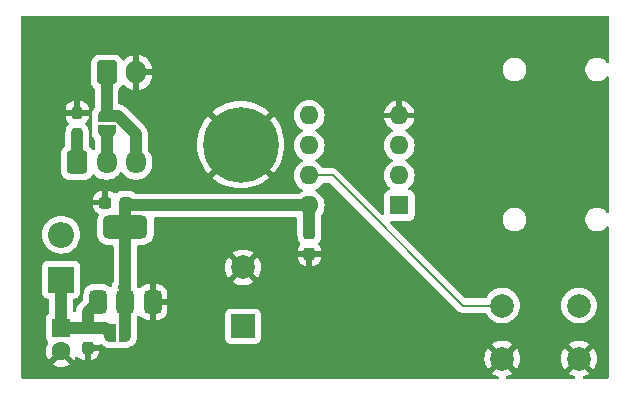
<source format=gbr>
%TF.GenerationSoftware,KiCad,Pcbnew,8.0.4-1.fc40*%
%TF.CreationDate,2024-08-13T21:32:25-05:00*%
%TF.ProjectId,K9QW_ATTiny_CW_Keyer,4b395157-5f41-4545-9469-6e795f43575f,rev?*%
%TF.SameCoordinates,Original*%
%TF.FileFunction,Copper,L2,Bot*%
%TF.FilePolarity,Positive*%
%FSLAX46Y46*%
G04 Gerber Fmt 4.6, Leading zero omitted, Abs format (unit mm)*
G04 Created by KiCad (PCBNEW 8.0.4-1.fc40) date 2024-08-13 21:32:25*
%MOMM*%
%LPD*%
G01*
G04 APERTURE LIST*
G04 Aperture macros list*
%AMRoundRect*
0 Rectangle with rounded corners*
0 $1 Rounding radius*
0 $2 $3 $4 $5 $6 $7 $8 $9 X,Y pos of 4 corners*
0 Add a 4 corners polygon primitive as box body*
4,1,4,$2,$3,$4,$5,$6,$7,$8,$9,$2,$3,0*
0 Add four circle primitives for the rounded corners*
1,1,$1+$1,$2,$3*
1,1,$1+$1,$4,$5*
1,1,$1+$1,$6,$7*
1,1,$1+$1,$8,$9*
0 Add four rect primitives between the rounded corners*
20,1,$1+$1,$2,$3,$4,$5,0*
20,1,$1+$1,$4,$5,$6,$7,0*
20,1,$1+$1,$6,$7,$8,$9,0*
20,1,$1+$1,$8,$9,$2,$3,0*%
%AMFreePoly0*
4,1,19,0.500000,-0.750000,0.000000,-0.750000,0.000000,-0.744911,-0.071157,-0.744911,-0.207708,-0.704816,-0.327430,-0.627875,-0.420627,-0.520320,-0.479746,-0.390866,-0.500000,-0.250000,-0.500000,0.250000,-0.479746,0.390866,-0.420627,0.520320,-0.327430,0.627875,-0.207708,0.704816,-0.071157,0.744911,0.000000,0.744911,0.000000,0.750000,0.500000,0.750000,0.500000,-0.750000,0.500000,-0.750000,
$1*%
%AMFreePoly1*
4,1,19,0.000000,0.744911,0.071157,0.744911,0.207708,0.704816,0.327430,0.627875,0.420627,0.520320,0.479746,0.390866,0.500000,0.250000,0.500000,-0.250000,0.479746,-0.390866,0.420627,-0.520320,0.327430,-0.627875,0.207708,-0.704816,0.071157,-0.744911,0.000000,-0.744911,0.000000,-0.750000,-0.500000,-0.750000,-0.500000,0.750000,0.000000,0.750000,0.000000,0.744911,0.000000,0.744911,
$1*%
G04 Aperture macros list end*
%TA.AperFunction,ComponentPad*%
%ADD10R,2.200000X2.200000*%
%TD*%
%TA.AperFunction,ComponentPad*%
%ADD11O,2.200000X2.200000*%
%TD*%
%TA.AperFunction,ComponentPad*%
%ADD12C,2.000000*%
%TD*%
%TA.AperFunction,ComponentPad*%
%ADD13R,2.000000X2.000000*%
%TD*%
%TA.AperFunction,SMDPad,CuDef*%
%ADD14RoundRect,0.375000X0.375000X-0.625000X0.375000X0.625000X-0.375000X0.625000X-0.375000X-0.625000X0*%
%TD*%
%TA.AperFunction,SMDPad,CuDef*%
%ADD15RoundRect,0.500000X1.400000X-0.500000X1.400000X0.500000X-1.400000X0.500000X-1.400000X-0.500000X0*%
%TD*%
%TA.AperFunction,SMDPad,CuDef*%
%ADD16RoundRect,0.237500X0.300000X0.237500X-0.300000X0.237500X-0.300000X-0.237500X0.300000X-0.237500X0*%
%TD*%
%TA.AperFunction,ComponentPad*%
%ADD17O,1.700000X1.950000*%
%TD*%
%TA.AperFunction,ComponentPad*%
%ADD18RoundRect,0.250000X-0.600000X-0.725000X0.600000X-0.725000X0.600000X0.725000X-0.600000X0.725000X0*%
%TD*%
%TA.AperFunction,SMDPad,CuDef*%
%ADD19RoundRect,0.237500X0.237500X-0.250000X0.237500X0.250000X-0.237500X0.250000X-0.237500X-0.250000X0*%
%TD*%
%TA.AperFunction,SMDPad,CuDef*%
%ADD20RoundRect,0.237500X-0.237500X0.300000X-0.237500X-0.300000X0.237500X-0.300000X0.237500X0.300000X0*%
%TD*%
%TA.AperFunction,ComponentPad*%
%ADD21C,3.600000*%
%TD*%
%TA.AperFunction,ConnectorPad*%
%ADD22C,6.400000*%
%TD*%
%TA.AperFunction,ComponentPad*%
%ADD23O,1.700000X2.000000*%
%TD*%
%TA.AperFunction,ComponentPad*%
%ADD24RoundRect,0.250000X-0.600000X-0.750000X0.600000X-0.750000X0.600000X0.750000X-0.600000X0.750000X0*%
%TD*%
%TA.AperFunction,SMDPad,CuDef*%
%ADD25FreePoly0,0.000000*%
%TD*%
%TA.AperFunction,SMDPad,CuDef*%
%ADD26FreePoly1,0.000000*%
%TD*%
%TA.AperFunction,ComponentPad*%
%ADD27O,1.600000X1.600000*%
%TD*%
%TA.AperFunction,ComponentPad*%
%ADD28R,1.600000X1.600000*%
%TD*%
%TA.AperFunction,ComponentPad*%
%ADD29C,1.600000*%
%TD*%
%TA.AperFunction,SMDPad,CuDef*%
%ADD30FreePoly1,90.000000*%
%TD*%
%TA.AperFunction,SMDPad,CuDef*%
%ADD31FreePoly0,90.000000*%
%TD*%
%TA.AperFunction,ViaPad*%
%ADD32C,0.600000*%
%TD*%
%TA.AperFunction,Conductor*%
%ADD33C,1.000000*%
%TD*%
%TA.AperFunction,Conductor*%
%ADD34C,0.200000*%
%TD*%
G04 APERTURE END LIST*
D10*
%TO.P,D1,1,K*%
%TO.N,Net-(D1-K)*%
X130403600Y-108966000D03*
D11*
%TO.P,D1,2,A*%
%TO.N,Net-(D1-A)*%
X130403600Y-105156000D03*
%TD*%
D12*
%TO.P,BZ1,2,-*%
%TO.N,GND*%
X145796000Y-107928400D03*
D13*
%TO.P,BZ1,1,+*%
%TO.N,Net-(BZ1-+)*%
X145796000Y-112928400D03*
%TD*%
D14*
%TO.P,U2,3,VI*%
%TO.N,Net-(D1-K)*%
X133539200Y-110846400D03*
D15*
%TO.P,U2,2,VO*%
%TO.N,VCC*%
X135839200Y-104546400D03*
D14*
X135839200Y-110846400D03*
%TO.P,U2,1,GND*%
%TO.N,GND*%
X138139200Y-110846400D03*
%TD*%
D16*
%TO.P,C4,2*%
%TO.N,GND*%
X134126300Y-102438600D03*
%TO.P,C4,1*%
%TO.N,VCC*%
X135851300Y-102438600D03*
%TD*%
D17*
%TO.P,SW1,3,C*%
%TO.N,VDC*%
X136739000Y-99043000D03*
%TO.P,SW1,2,B*%
%TO.N,Net-(JP1-A)*%
X134239000Y-99043000D03*
D18*
%TO.P,SW1,1,A*%
%TO.N,Net-(SW1-A)*%
X131739000Y-99043000D03*
%TD*%
D19*
%TO.P,R1,1*%
%TO.N,Net-(SW1-A)*%
X131749800Y-96670500D03*
%TO.P,R1,2*%
%TO.N,GND*%
X131749800Y-94845500D03*
%TD*%
D20*
%TO.P,C1,1*%
%TO.N,VCC*%
X151409400Y-105054400D03*
%TO.P,C1,2*%
%TO.N,GND*%
X151409400Y-106779400D03*
%TD*%
%TO.P,C3,1*%
%TO.N,Net-(D1-K)*%
X132638800Y-113031100D03*
%TO.P,C3,2*%
%TO.N,GND*%
X132638800Y-114756100D03*
%TD*%
D21*
%TO.P,J4,1,Pin_1*%
%TO.N,GND*%
X145593000Y-97536000D03*
D22*
X145593000Y-97536000D03*
%TD*%
D23*
%TO.P,J1,2,Pin_2*%
%TO.N,GND*%
X136759000Y-91423000D03*
D24*
%TO.P,J1,1,Pin_1*%
%TO.N,VDC*%
X134259000Y-91423000D03*
%TD*%
D25*
%TO.P,JP3,1,A*%
%TO.N,Net-(D1-K)*%
X134528800Y-113487200D03*
D26*
%TO.P,JP3,2,B*%
%TO.N,VCC*%
X135828800Y-113487200D03*
%TD*%
D12*
%TO.P,SW2,1,1*%
%TO.N,COMMAND*%
X167742800Y-111161000D03*
X174242800Y-111161000D03*
%TO.P,SW2,2,2*%
%TO.N,GND*%
X167742800Y-115661000D03*
X174242800Y-115661000D03*
%TD*%
D27*
%TO.P,U1,8,VCC*%
%TO.N,VCC*%
X151401000Y-102688400D03*
%TO.P,U1,7,PB2*%
%TO.N,COMMAND*%
X151401000Y-100148400D03*
%TO.P,U1,6,PB1*%
%TO.N,SIDETONE*%
X151401000Y-97608400D03*
%TO.P,U1,5,AREF/PB0*%
%TO.N,KEY*%
X151401000Y-95068400D03*
%TO.P,U1,4,GND*%
%TO.N,GND*%
X159021000Y-95068400D03*
%TO.P,U1,3,XTAL2/PB4*%
%TO.N,DIT*%
X159021000Y-97608400D03*
%TO.P,U1,2,XTAL1/PB3*%
%TO.N,DAH*%
X159021000Y-100148400D03*
D28*
%TO.P,U1,1,~{RESET}/PB5*%
%TO.N,Net-(U1-~{RESET}{slash}PB5)*%
X159021000Y-102688400D03*
%TD*%
D29*
%TO.P,C2,2*%
%TO.N,GND*%
X130403600Y-115040088D03*
D28*
%TO.P,C2,1*%
%TO.N,Net-(D1-K)*%
X130403600Y-113040088D03*
%TD*%
D30*
%TO.P,JP1,2,B*%
%TO.N,VDC*%
X134239000Y-95108000D03*
D31*
%TO.P,JP1,1,A*%
%TO.N,Net-(JP1-A)*%
X134239000Y-96408000D03*
%TD*%
D32*
%TO.N,GND*%
X152882600Y-106172000D03*
X149402800Y-91135200D03*
X154584400Y-90424000D03*
X165709600Y-106883200D03*
X153949400Y-96520000D03*
X157022800Y-99034600D03*
%TD*%
D33*
%TO.N,VCC*%
X151409400Y-105054400D02*
X151409400Y-102696800D01*
X151409400Y-102696800D02*
X151401000Y-102688400D01*
X151401000Y-102688400D02*
X136101100Y-102688400D01*
X136101100Y-102688400D02*
X135851300Y-102438600D01*
%TO.N,Net-(D1-K)*%
X132638800Y-113031100D02*
X132638800Y-111746800D01*
X132638800Y-111746800D02*
X133539200Y-110846400D01*
X132638800Y-113031100D02*
X134072700Y-113031100D01*
X134072700Y-113031100D02*
X134528800Y-113487200D01*
X130403600Y-113040088D02*
X132629812Y-113040088D01*
X132629812Y-113040088D02*
X132638800Y-113031100D01*
%TO.N,VCC*%
X135839200Y-104546400D02*
X135839200Y-102450700D01*
X135839200Y-102450700D02*
X135851300Y-102438600D01*
%TO.N,Net-(D1-K)*%
X130403600Y-113040088D02*
X130403600Y-108966000D01*
%TO.N,Net-(SW1-A)*%
X131739000Y-99043000D02*
X131739000Y-96681300D01*
X131739000Y-96681300D02*
X131749800Y-96670500D01*
%TO.N,VDC*%
X136739000Y-99043000D02*
X136739000Y-96660977D01*
X136739000Y-96660977D02*
X135186023Y-95108000D01*
X135186023Y-95108000D02*
X134239000Y-95108000D01*
X134239000Y-95108000D02*
X134239000Y-91443000D01*
X134239000Y-91443000D02*
X134259000Y-91423000D01*
%TO.N,Net-(JP1-A)*%
X134239000Y-99043000D02*
X134239000Y-96408000D01*
%TO.N,VCC*%
X135839200Y-110846400D02*
X135839200Y-104546400D01*
D34*
%TO.N,COMMAND*%
X151401000Y-100148400D02*
X153375314Y-100148400D01*
X153375314Y-100148400D02*
X164387914Y-111161000D01*
X164387914Y-111161000D02*
X167742800Y-111161000D01*
%TO.N,GND*%
X166913600Y-115661000D02*
X167742800Y-115661000D01*
D33*
%TO.N,VCC*%
X135701800Y-109612200D02*
X135712200Y-109601800D01*
X135828800Y-113487200D02*
X135828800Y-110856800D01*
%TD*%
%TA.AperFunction,Conductor*%
%TO.N,GND*%
G36*
X176668980Y-86608883D02*
G01*
X176684278Y-86611926D01*
X176728933Y-86630411D01*
X176730085Y-86631180D01*
X176731555Y-86632162D01*
X176765837Y-86666444D01*
X176766462Y-86667379D01*
X176767588Y-86669066D01*
X176786072Y-86713713D01*
X176789116Y-86729018D01*
X176791500Y-86753210D01*
X176791500Y-86813002D01*
X176791501Y-86813025D01*
X176791569Y-90508252D01*
X176771886Y-90575292D01*
X176719083Y-90621047D01*
X176649924Y-90630992D01*
X176586368Y-90601968D01*
X176564466Y-90577143D01*
X176545140Y-90548219D01*
X176545136Y-90548214D01*
X176405785Y-90408863D01*
X176405781Y-90408860D01*
X176241920Y-90299371D01*
X176241907Y-90299364D01*
X176059839Y-90223950D01*
X176059829Y-90223947D01*
X175866543Y-90185500D01*
X175866541Y-90185500D01*
X175669459Y-90185500D01*
X175669457Y-90185500D01*
X175476170Y-90223947D01*
X175476160Y-90223950D01*
X175294092Y-90299364D01*
X175294079Y-90299371D01*
X175130218Y-90408860D01*
X175130214Y-90408863D01*
X174990863Y-90548214D01*
X174990860Y-90548218D01*
X174881371Y-90712079D01*
X174881364Y-90712092D01*
X174805950Y-90894160D01*
X174805947Y-90894170D01*
X174767500Y-91087456D01*
X174767500Y-91087459D01*
X174767500Y-91284541D01*
X174767500Y-91284543D01*
X174767499Y-91284543D01*
X174805947Y-91477829D01*
X174805950Y-91477839D01*
X174881364Y-91659907D01*
X174881371Y-91659920D01*
X174990860Y-91823781D01*
X174990863Y-91823785D01*
X175130214Y-91963136D01*
X175130218Y-91963139D01*
X175294079Y-92072628D01*
X175294092Y-92072635D01*
X175476160Y-92148049D01*
X175476165Y-92148051D01*
X175476169Y-92148051D01*
X175476170Y-92148052D01*
X175669456Y-92186500D01*
X175669459Y-92186500D01*
X175866543Y-92186500D01*
X175996582Y-92160632D01*
X176059835Y-92148051D01*
X176241914Y-92072632D01*
X176405782Y-91963139D01*
X176545139Y-91823782D01*
X176564491Y-91794818D01*
X176618101Y-91750013D01*
X176687426Y-91741304D01*
X176750454Y-91771457D01*
X176787175Y-91830900D01*
X176791594Y-91863706D01*
X176791805Y-103208605D01*
X176772122Y-103275645D01*
X176719319Y-103321400D01*
X176650160Y-103331345D01*
X176586604Y-103302321D01*
X176564702Y-103277496D01*
X176545140Y-103248219D01*
X176545136Y-103248214D01*
X176405785Y-103108863D01*
X176405781Y-103108860D01*
X176241920Y-102999371D01*
X176241907Y-102999364D01*
X176059839Y-102923950D01*
X176059829Y-102923947D01*
X175866543Y-102885500D01*
X175866541Y-102885500D01*
X175669459Y-102885500D01*
X175669457Y-102885500D01*
X175476170Y-102923947D01*
X175476160Y-102923950D01*
X175294092Y-102999364D01*
X175294079Y-102999371D01*
X175130218Y-103108860D01*
X175130214Y-103108863D01*
X174990863Y-103248214D01*
X174990860Y-103248218D01*
X174881371Y-103412079D01*
X174881364Y-103412092D01*
X174805950Y-103594160D01*
X174805947Y-103594170D01*
X174767500Y-103787456D01*
X174767500Y-103787459D01*
X174767500Y-103984541D01*
X174767500Y-103984543D01*
X174767499Y-103984543D01*
X174805947Y-104177829D01*
X174805950Y-104177839D01*
X174881364Y-104359907D01*
X174881371Y-104359920D01*
X174990860Y-104523781D01*
X174990863Y-104523785D01*
X175130214Y-104663136D01*
X175130218Y-104663139D01*
X175294079Y-104772628D01*
X175294092Y-104772635D01*
X175476160Y-104848049D01*
X175476165Y-104848051D01*
X175476169Y-104848051D01*
X175476170Y-104848052D01*
X175669456Y-104886500D01*
X175669459Y-104886500D01*
X175866543Y-104886500D01*
X175996582Y-104860632D01*
X176059835Y-104848051D01*
X176241914Y-104772632D01*
X176405782Y-104663139D01*
X176545139Y-104523782D01*
X176564728Y-104494463D01*
X176618338Y-104449660D01*
X176687663Y-104440951D01*
X176750691Y-104471105D01*
X176787411Y-104530547D01*
X176791830Y-104563353D01*
X176792064Y-117149560D01*
X176792063Y-117149582D01*
X176792066Y-117209382D01*
X176789684Y-117233575D01*
X176786644Y-117248861D01*
X176768133Y-117293557D01*
X176766390Y-117296166D01*
X176732166Y-117330390D01*
X176729557Y-117332133D01*
X176684861Y-117350644D01*
X176669575Y-117353684D01*
X176645382Y-117356066D01*
X176624016Y-117356064D01*
X176591701Y-117356063D01*
X176591699Y-117356063D01*
X176583648Y-117356063D01*
X176583586Y-117356067D01*
X174667987Y-117356067D01*
X174600948Y-117336382D01*
X174555193Y-117283578D01*
X174545249Y-117214420D01*
X174574274Y-117150864D01*
X174627724Y-117114786D01*
X174847403Y-117039369D01*
X174847414Y-117039364D01*
X175066028Y-116921057D01*
X175066031Y-116921055D01*
X175112856Y-116884609D01*
X174413034Y-116184787D01*
X174455092Y-116173518D01*
X174580508Y-116101110D01*
X174682910Y-115998708D01*
X174755318Y-115873292D01*
X174766587Y-115831234D01*
X175466234Y-116530882D01*
X175566531Y-116377369D01*
X175666387Y-116149717D01*
X175727412Y-115908738D01*
X175727414Y-115908729D01*
X175747941Y-115661005D01*
X175747941Y-115660994D01*
X175727414Y-115413270D01*
X175727412Y-115413261D01*
X175666387Y-115172282D01*
X175566531Y-114944630D01*
X175466234Y-114791116D01*
X174766587Y-115490764D01*
X174755318Y-115448708D01*
X174682910Y-115323292D01*
X174580508Y-115220890D01*
X174455092Y-115148482D01*
X174413035Y-115137212D01*
X175112857Y-114437390D01*
X175112856Y-114437389D01*
X175066029Y-114400943D01*
X174847414Y-114282635D01*
X174847403Y-114282630D01*
X174612293Y-114201916D01*
X174367093Y-114161000D01*
X174118507Y-114161000D01*
X173873306Y-114201916D01*
X173638196Y-114282630D01*
X173638190Y-114282632D01*
X173419561Y-114400949D01*
X173372742Y-114437388D01*
X173372742Y-114437390D01*
X174072565Y-115137212D01*
X174030508Y-115148482D01*
X173905092Y-115220890D01*
X173802690Y-115323292D01*
X173730282Y-115448708D01*
X173719012Y-115490764D01*
X173019364Y-114791116D01*
X172919067Y-114944632D01*
X172819212Y-115172282D01*
X172758187Y-115413261D01*
X172758185Y-115413270D01*
X172737659Y-115660994D01*
X172737659Y-115661005D01*
X172758185Y-115908729D01*
X172758187Y-115908738D01*
X172819212Y-116149717D01*
X172919066Y-116377364D01*
X173019364Y-116530882D01*
X173719012Y-115831234D01*
X173730282Y-115873292D01*
X173802690Y-115998708D01*
X173905092Y-116101110D01*
X174030508Y-116173518D01*
X174072565Y-116184787D01*
X173372742Y-116884609D01*
X173419568Y-116921055D01*
X173419570Y-116921056D01*
X173638185Y-117039364D01*
X173638196Y-117039369D01*
X173857876Y-117114786D01*
X173914891Y-117155171D01*
X173941022Y-117219971D01*
X173927971Y-117288611D01*
X173879882Y-117339299D01*
X173817613Y-117356067D01*
X168167987Y-117356067D01*
X168100948Y-117336382D01*
X168055193Y-117283578D01*
X168045249Y-117214420D01*
X168074274Y-117150864D01*
X168127724Y-117114786D01*
X168347403Y-117039369D01*
X168347414Y-117039364D01*
X168566028Y-116921057D01*
X168566031Y-116921055D01*
X168612856Y-116884609D01*
X167913034Y-116184787D01*
X167955092Y-116173518D01*
X168080508Y-116101110D01*
X168182910Y-115998708D01*
X168255318Y-115873292D01*
X168266587Y-115831235D01*
X168966234Y-116530882D01*
X169066531Y-116377369D01*
X169166387Y-116149717D01*
X169227412Y-115908738D01*
X169227414Y-115908729D01*
X169247941Y-115661005D01*
X169247941Y-115660994D01*
X169227414Y-115413270D01*
X169227412Y-115413261D01*
X169166387Y-115172282D01*
X169066531Y-114944630D01*
X168966234Y-114791116D01*
X168266587Y-115490764D01*
X168255318Y-115448708D01*
X168182910Y-115323292D01*
X168080508Y-115220890D01*
X167955092Y-115148482D01*
X167913035Y-115137212D01*
X168612857Y-114437390D01*
X168612856Y-114437389D01*
X168566029Y-114400943D01*
X168347414Y-114282635D01*
X168347403Y-114282630D01*
X168112293Y-114201916D01*
X167867093Y-114161000D01*
X167618507Y-114161000D01*
X167373306Y-114201916D01*
X167138196Y-114282630D01*
X167138190Y-114282632D01*
X166919561Y-114400949D01*
X166872742Y-114437388D01*
X166872742Y-114437390D01*
X167572565Y-115137212D01*
X167530508Y-115148482D01*
X167405092Y-115220890D01*
X167302690Y-115323292D01*
X167230282Y-115448708D01*
X167219012Y-115490764D01*
X166519364Y-114791116D01*
X166419067Y-114944632D01*
X166319212Y-115172282D01*
X166258187Y-115413261D01*
X166258185Y-115413270D01*
X166237659Y-115660994D01*
X166237659Y-115661005D01*
X166258185Y-115908729D01*
X166258187Y-115908738D01*
X166319212Y-116149717D01*
X166419066Y-116377364D01*
X166519364Y-116530882D01*
X167219012Y-115831234D01*
X167230282Y-115873292D01*
X167302690Y-115998708D01*
X167405092Y-116101110D01*
X167530508Y-116173518D01*
X167572565Y-116184787D01*
X166872742Y-116884609D01*
X166919568Y-116921055D01*
X166919570Y-116921056D01*
X167138185Y-117039364D01*
X167138196Y-117039369D01*
X167357876Y-117114786D01*
X167414891Y-117155171D01*
X167441022Y-117219971D01*
X167427971Y-117288611D01*
X167379882Y-117339299D01*
X167317613Y-117356067D01*
X127200414Y-117356067D01*
X127200351Y-117356063D01*
X127192300Y-117356063D01*
X127192299Y-117356063D01*
X127159987Y-117356064D01*
X127138617Y-117356066D01*
X127114424Y-117353684D01*
X127099138Y-117350644D01*
X127054442Y-117332133D01*
X127051833Y-117330390D01*
X127017609Y-117296166D01*
X127015866Y-117293557D01*
X126997356Y-117248865D01*
X126994313Y-117233565D01*
X126991933Y-117209386D01*
X126991937Y-117155701D01*
X126991936Y-117155699D01*
X126991937Y-117146680D01*
X126991934Y-117146626D01*
X126991939Y-116884609D01*
X126992108Y-107818135D01*
X128803100Y-107818135D01*
X128803100Y-110113870D01*
X128803101Y-110113876D01*
X128809508Y-110173483D01*
X128859802Y-110308328D01*
X128859806Y-110308335D01*
X128946052Y-110423544D01*
X128946055Y-110423547D01*
X129061264Y-110509793D01*
X129061271Y-110509797D01*
X129099837Y-110524181D01*
X129196117Y-110560091D01*
X129255727Y-110566500D01*
X129279097Y-110566499D01*
X129346136Y-110586181D01*
X129391892Y-110638983D01*
X129403100Y-110690499D01*
X129403100Y-111702907D01*
X129383415Y-111769946D01*
X129353412Y-111802173D01*
X129246052Y-111882543D01*
X129159806Y-111997752D01*
X129159802Y-111997759D01*
X129109508Y-112132605D01*
X129103101Y-112192204D01*
X129103100Y-112192223D01*
X129103100Y-113887958D01*
X129103101Y-113887964D01*
X129109508Y-113947571D01*
X129159802Y-114082416D01*
X129159806Y-114082423D01*
X129246052Y-114197632D01*
X129246053Y-114197632D01*
X129246054Y-114197634D01*
X129255145Y-114204439D01*
X129297016Y-114260370D01*
X129302002Y-114330062D01*
X129282413Y-114374824D01*
X129273471Y-114387595D01*
X129273468Y-114387600D01*
X129177334Y-114593761D01*
X129177330Y-114593770D01*
X129118460Y-114813477D01*
X129118458Y-114813488D01*
X129098634Y-115040085D01*
X129098634Y-115040090D01*
X129118458Y-115266687D01*
X129118460Y-115266698D01*
X129177330Y-115486405D01*
X129177335Y-115486419D01*
X129273463Y-115692566D01*
X129324574Y-115765560D01*
X130003600Y-115086534D01*
X130003600Y-115092749D01*
X130030859Y-115194482D01*
X130083520Y-115285694D01*
X130157994Y-115360168D01*
X130249206Y-115412829D01*
X130350939Y-115440088D01*
X130357153Y-115440088D01*
X129678126Y-116119113D01*
X129751113Y-116170220D01*
X129751121Y-116170224D01*
X129957268Y-116266352D01*
X129957282Y-116266357D01*
X130176989Y-116325227D01*
X130177000Y-116325229D01*
X130403598Y-116345054D01*
X130403602Y-116345054D01*
X130630199Y-116325229D01*
X130630210Y-116325227D01*
X130849917Y-116266357D01*
X130849931Y-116266352D01*
X131056078Y-116170224D01*
X131129071Y-116119112D01*
X130450047Y-115440088D01*
X130456261Y-115440088D01*
X130557994Y-115412829D01*
X130649206Y-115360168D01*
X130723680Y-115285694D01*
X130776341Y-115194482D01*
X130803600Y-115092749D01*
X130803600Y-115086535D01*
X131482624Y-115765559D01*
X131533733Y-115692570D01*
X131606147Y-115537277D01*
X131652319Y-115484837D01*
X131719513Y-115465685D01*
X131786394Y-115485900D01*
X131815793Y-115512766D01*
X131818854Y-115516637D01*
X131940761Y-115638544D01*
X131940765Y-115638547D01*
X132087488Y-115729048D01*
X132087499Y-115729053D01*
X132251147Y-115783280D01*
X132352152Y-115793599D01*
X132388800Y-115793599D01*
X132888800Y-115793599D01*
X132925440Y-115793599D01*
X132925454Y-115793598D01*
X133026452Y-115783280D01*
X133190100Y-115729053D01*
X133190111Y-115729048D01*
X133336834Y-115638547D01*
X133336838Y-115638544D01*
X133458744Y-115516638D01*
X133458747Y-115516634D01*
X133549248Y-115369911D01*
X133549253Y-115369900D01*
X133603480Y-115206252D01*
X133613799Y-115105254D01*
X133613800Y-115105241D01*
X133613800Y-115006100D01*
X132888800Y-115006100D01*
X132888800Y-115793599D01*
X132388800Y-115793599D01*
X132388800Y-114630100D01*
X132408485Y-114563061D01*
X132461289Y-114517306D01*
X132512800Y-114506100D01*
X133613799Y-114506100D01*
X133630523Y-114489375D01*
X133633484Y-114479294D01*
X133686288Y-114433539D01*
X133755446Y-114423595D01*
X133818999Y-114452618D01*
X133924709Y-114544215D01*
X133985186Y-114583081D01*
X134045657Y-114621944D01*
X134045663Y-114621947D01*
X134176541Y-114681717D01*
X134314496Y-114722224D01*
X134456911Y-114742700D01*
X134456914Y-114742700D01*
X135028800Y-114742700D01*
X135100740Y-114737555D01*
X135138059Y-114726596D01*
X135190641Y-114722836D01*
X135328800Y-114742700D01*
X135328803Y-114742700D01*
X135900686Y-114742700D01*
X135900689Y-114742700D01*
X136043104Y-114722224D01*
X136181059Y-114681717D01*
X136311937Y-114621947D01*
X136427277Y-114547822D01*
X136428715Y-114547004D01*
X136432898Y-114544211D01*
X136496181Y-114489375D01*
X136541632Y-114449991D01*
X136635786Y-114341330D01*
X136713570Y-114220294D01*
X136770542Y-114095542D01*
X136772786Y-114091253D01*
X136773298Y-114089508D01*
X136773299Y-114089508D01*
X136813835Y-113951456D01*
X136834297Y-113809141D01*
X136834297Y-113752801D01*
X136834300Y-113752790D01*
X136834300Y-113221626D01*
X136834297Y-113221599D01*
X136834297Y-113165262D01*
X136834296Y-113165255D01*
X136830562Y-113139279D01*
X136829300Y-113121634D01*
X136829300Y-112147263D01*
X136848985Y-112080224D01*
X136856646Y-112069583D01*
X136892873Y-112024514D01*
X136950216Y-111984597D01*
X137020038Y-111982017D01*
X137080171Y-112017595D01*
X137086167Y-112024515D01*
X137141835Y-112093768D01*
X137290174Y-112213007D01*
X137290177Y-112213009D01*
X137460676Y-112297568D01*
X137645375Y-112343502D01*
X137688103Y-112346400D01*
X137889200Y-112346400D01*
X138389200Y-112346400D01*
X138590297Y-112346400D01*
X138633024Y-112343502D01*
X138817723Y-112297568D01*
X138988222Y-112213009D01*
X138988225Y-112213007D01*
X139136566Y-112093767D01*
X139136567Y-112093766D01*
X139255807Y-111945425D01*
X139255809Y-111945422D01*
X139287990Y-111880535D01*
X144295500Y-111880535D01*
X144295500Y-113976270D01*
X144295501Y-113976276D01*
X144301908Y-114035883D01*
X144352202Y-114170728D01*
X144352206Y-114170735D01*
X144438452Y-114285944D01*
X144438455Y-114285947D01*
X144553664Y-114372193D01*
X144553671Y-114372197D01*
X144688517Y-114422491D01*
X144688516Y-114422491D01*
X144695444Y-114423235D01*
X144748127Y-114428900D01*
X146843872Y-114428899D01*
X146903483Y-114422491D01*
X147038331Y-114372196D01*
X147153546Y-114285946D01*
X147239796Y-114170731D01*
X147290091Y-114035883D01*
X147296500Y-113976273D01*
X147296499Y-111880528D01*
X147290091Y-111820917D01*
X147283100Y-111802173D01*
X147239797Y-111686070D01*
X147239793Y-111686064D01*
X147153547Y-111570855D01*
X147153544Y-111570852D01*
X147038335Y-111484606D01*
X147038328Y-111484602D01*
X146903482Y-111434308D01*
X146903483Y-111434308D01*
X146843883Y-111427901D01*
X146843881Y-111427900D01*
X146843873Y-111427900D01*
X146843864Y-111427900D01*
X144748129Y-111427900D01*
X144748123Y-111427901D01*
X144688516Y-111434308D01*
X144553671Y-111484602D01*
X144553664Y-111484606D01*
X144438455Y-111570852D01*
X144438452Y-111570855D01*
X144352206Y-111686064D01*
X144352203Y-111686070D01*
X144301908Y-111820917D01*
X144295814Y-111877606D01*
X144295501Y-111880523D01*
X144295500Y-111880535D01*
X139287990Y-111880535D01*
X139340368Y-111774923D01*
X139386302Y-111590224D01*
X139389200Y-111547496D01*
X139389200Y-111096400D01*
X138389200Y-111096400D01*
X138389200Y-112346400D01*
X137889200Y-112346400D01*
X137889200Y-110596400D01*
X138389200Y-110596400D01*
X139389200Y-110596400D01*
X139389200Y-110145303D01*
X139386302Y-110102575D01*
X139340368Y-109917876D01*
X139255809Y-109747377D01*
X139255807Y-109747374D01*
X139136567Y-109599033D01*
X139136566Y-109599032D01*
X138988225Y-109479792D01*
X138988222Y-109479790D01*
X138817723Y-109395231D01*
X138633024Y-109349297D01*
X138590297Y-109346400D01*
X138389200Y-109346400D01*
X138389200Y-110596400D01*
X137889200Y-110596400D01*
X137889200Y-109346400D01*
X137688103Y-109346400D01*
X137645375Y-109349297D01*
X137460676Y-109395231D01*
X137290177Y-109479790D01*
X137290174Y-109479792D01*
X137141833Y-109599032D01*
X137141831Y-109599034D01*
X137086166Y-109668284D01*
X137028823Y-109708203D01*
X136959001Y-109710782D01*
X136898868Y-109675203D01*
X136892871Y-109668281D01*
X136867051Y-109636158D01*
X136840394Y-109571573D01*
X136839700Y-109558473D01*
X136839700Y-107928394D01*
X144290859Y-107928394D01*
X144290859Y-107928405D01*
X144311385Y-108176129D01*
X144311387Y-108176138D01*
X144372412Y-108417117D01*
X144472266Y-108644764D01*
X144572564Y-108798282D01*
X145313037Y-108057809D01*
X145330075Y-108121393D01*
X145395901Y-108235407D01*
X145488993Y-108328499D01*
X145603007Y-108394325D01*
X145666590Y-108411362D01*
X144925942Y-109152009D01*
X144972768Y-109188455D01*
X144972770Y-109188456D01*
X145191385Y-109306764D01*
X145191396Y-109306769D01*
X145426506Y-109387483D01*
X145671707Y-109428400D01*
X145920293Y-109428400D01*
X146165493Y-109387483D01*
X146400603Y-109306769D01*
X146400614Y-109306764D01*
X146619228Y-109188457D01*
X146619231Y-109188455D01*
X146666056Y-109152009D01*
X145925409Y-108411362D01*
X145988993Y-108394325D01*
X146103007Y-108328499D01*
X146196099Y-108235407D01*
X146261925Y-108121393D01*
X146278962Y-108057810D01*
X147019434Y-108798282D01*
X147119731Y-108644769D01*
X147219587Y-108417117D01*
X147280612Y-108176138D01*
X147280614Y-108176129D01*
X147301141Y-107928405D01*
X147301141Y-107928394D01*
X147280614Y-107680670D01*
X147280612Y-107680661D01*
X147219587Y-107439682D01*
X147119731Y-107212030D01*
X147065193Y-107128554D01*
X150434401Y-107128554D01*
X150444719Y-107229552D01*
X150498946Y-107393200D01*
X150498951Y-107393211D01*
X150589452Y-107539934D01*
X150589455Y-107539938D01*
X150711361Y-107661844D01*
X150711365Y-107661847D01*
X150858088Y-107752348D01*
X150858099Y-107752353D01*
X151021747Y-107806580D01*
X151122752Y-107816899D01*
X151159400Y-107816899D01*
X151659400Y-107816899D01*
X151696040Y-107816899D01*
X151696054Y-107816898D01*
X151797052Y-107806580D01*
X151960700Y-107752353D01*
X151960711Y-107752348D01*
X152107434Y-107661847D01*
X152107438Y-107661844D01*
X152229344Y-107539938D01*
X152229347Y-107539934D01*
X152319848Y-107393211D01*
X152319853Y-107393200D01*
X152374080Y-107229552D01*
X152384399Y-107128554D01*
X152384400Y-107128541D01*
X152384400Y-107029400D01*
X151659400Y-107029400D01*
X151659400Y-107816899D01*
X151159400Y-107816899D01*
X151159400Y-107029400D01*
X150434401Y-107029400D01*
X150434401Y-107128554D01*
X147065193Y-107128554D01*
X147019434Y-107058516D01*
X146278962Y-107798989D01*
X146261925Y-107735407D01*
X146196099Y-107621393D01*
X146103007Y-107528301D01*
X145988993Y-107462475D01*
X145925410Y-107445437D01*
X146666057Y-106704790D01*
X146666056Y-106704789D01*
X146619229Y-106668343D01*
X146400614Y-106550035D01*
X146400603Y-106550030D01*
X146165493Y-106469316D01*
X145920293Y-106428400D01*
X145671707Y-106428400D01*
X145426506Y-106469316D01*
X145191396Y-106550030D01*
X145191390Y-106550032D01*
X144972761Y-106668349D01*
X144925942Y-106704788D01*
X144925942Y-106704790D01*
X145666590Y-107445437D01*
X145603007Y-107462475D01*
X145488993Y-107528301D01*
X145395901Y-107621393D01*
X145330075Y-107735407D01*
X145313037Y-107798989D01*
X144572564Y-107058516D01*
X144472267Y-107212032D01*
X144372412Y-107439682D01*
X144311387Y-107680661D01*
X144311385Y-107680670D01*
X144290859Y-107928394D01*
X136839700Y-107928394D01*
X136839700Y-106170899D01*
X136859385Y-106103860D01*
X136912189Y-106058105D01*
X136963700Y-106046899D01*
X137297228Y-106046899D01*
X137297236Y-106046899D01*
X137416618Y-106036286D01*
X137612249Y-105980309D01*
X137792607Y-105886098D01*
X137950309Y-105757509D01*
X138078898Y-105599807D01*
X138173109Y-105419449D01*
X138229086Y-105223818D01*
X138239700Y-105104437D01*
X138239699Y-103988364D01*
X138229086Y-103868982D01*
X138222799Y-103847009D01*
X138223282Y-103777143D01*
X138261462Y-103718628D01*
X138325217Y-103690043D01*
X138342015Y-103688900D01*
X150284900Y-103688900D01*
X150351939Y-103708585D01*
X150397694Y-103761389D01*
X150408900Y-103812900D01*
X150408900Y-105152944D01*
X150431517Y-105266647D01*
X150433900Y-105290837D01*
X150433900Y-105403568D01*
X150433901Y-105403587D01*
X150444225Y-105504652D01*
X150475757Y-105599807D01*
X150498492Y-105668416D01*
X150589059Y-105815249D01*
X150589061Y-105815251D01*
X150603382Y-105829572D01*
X150636867Y-105890895D01*
X150631883Y-105960587D01*
X150603385Y-106004932D01*
X150589452Y-106018865D01*
X150498951Y-106165588D01*
X150498946Y-106165599D01*
X150444719Y-106329247D01*
X150434400Y-106430245D01*
X150434400Y-106529400D01*
X152384399Y-106529400D01*
X152384399Y-106430260D01*
X152384398Y-106430245D01*
X152374080Y-106329247D01*
X152319853Y-106165599D01*
X152319848Y-106165588D01*
X152229347Y-106018865D01*
X152229344Y-106018861D01*
X152215417Y-106004934D01*
X152181932Y-105943611D01*
X152186916Y-105873919D01*
X152215417Y-105829572D01*
X152229740Y-105815250D01*
X152320308Y-105668416D01*
X152374574Y-105504653D01*
X152384900Y-105403577D01*
X152384899Y-105290835D01*
X152387282Y-105266642D01*
X152395802Y-105223815D01*
X152400746Y-105198956D01*
X152409900Y-105152942D01*
X152409900Y-103553991D01*
X152429585Y-103486952D01*
X152432325Y-103482868D01*
X152442927Y-103467727D01*
X152531568Y-103341134D01*
X152627739Y-103134896D01*
X152686635Y-102915092D01*
X152706468Y-102688400D01*
X152686635Y-102461708D01*
X152627739Y-102241904D01*
X152531568Y-102035666D01*
X152401047Y-101849261D01*
X152401045Y-101849258D01*
X152240141Y-101688354D01*
X152053734Y-101557832D01*
X152053728Y-101557829D01*
X151995882Y-101530855D01*
X151995724Y-101530781D01*
X151943285Y-101484610D01*
X151924133Y-101417417D01*
X151944348Y-101350535D01*
X151995725Y-101306018D01*
X152053734Y-101278968D01*
X152240139Y-101148447D01*
X152401047Y-100987539D01*
X152531118Y-100801775D01*
X152585693Y-100758152D01*
X152632692Y-100748900D01*
X153075217Y-100748900D01*
X153142256Y-100768585D01*
X153162898Y-100785219D01*
X163903053Y-111525374D01*
X163903063Y-111525385D01*
X163907393Y-111529715D01*
X163907394Y-111529716D01*
X164019198Y-111641520D01*
X164019200Y-111641521D01*
X164019201Y-111641522D01*
X164030870Y-111648259D01*
X164096360Y-111686069D01*
X164096361Y-111686070D01*
X164156123Y-111720574D01*
X164156124Y-111720574D01*
X164156129Y-111720577D01*
X164308856Y-111761500D01*
X164308857Y-111761500D01*
X166286684Y-111761500D01*
X166353723Y-111781185D01*
X166399478Y-111833989D01*
X166400240Y-111835689D01*
X166418627Y-111877608D01*
X166554633Y-112085782D01*
X166554636Y-112085785D01*
X166723056Y-112268738D01*
X166919291Y-112421474D01*
X167137990Y-112539828D01*
X167373186Y-112620571D01*
X167618465Y-112661500D01*
X167867135Y-112661500D01*
X168112414Y-112620571D01*
X168347610Y-112539828D01*
X168566309Y-112421474D01*
X168762544Y-112268738D01*
X168930964Y-112085785D01*
X169066973Y-111877607D01*
X169166863Y-111649881D01*
X169227908Y-111408821D01*
X169239172Y-111272886D01*
X169248443Y-111161005D01*
X169248443Y-111160994D01*
X172737157Y-111160994D01*
X172737157Y-111161005D01*
X172757690Y-111408812D01*
X172757692Y-111408824D01*
X172818736Y-111649881D01*
X172918626Y-111877606D01*
X173054633Y-112085782D01*
X173054636Y-112085785D01*
X173223056Y-112268738D01*
X173419291Y-112421474D01*
X173637990Y-112539828D01*
X173873186Y-112620571D01*
X174118465Y-112661500D01*
X174367135Y-112661500D01*
X174612414Y-112620571D01*
X174847610Y-112539828D01*
X175066309Y-112421474D01*
X175262544Y-112268738D01*
X175430964Y-112085785D01*
X175566973Y-111877607D01*
X175666863Y-111649881D01*
X175727908Y-111408821D01*
X175739172Y-111272886D01*
X175748443Y-111161005D01*
X175748443Y-111160994D01*
X175727909Y-110913187D01*
X175727907Y-110913175D01*
X175666863Y-110672118D01*
X175566973Y-110444393D01*
X175430966Y-110236217D01*
X175373214Y-110173482D01*
X175262544Y-110053262D01*
X175066309Y-109900526D01*
X175066307Y-109900525D01*
X175066306Y-109900524D01*
X174847611Y-109782172D01*
X174847602Y-109782169D01*
X174612416Y-109701429D01*
X174367135Y-109660500D01*
X174118465Y-109660500D01*
X173873183Y-109701429D01*
X173637997Y-109782169D01*
X173637988Y-109782172D01*
X173419293Y-109900524D01*
X173223057Y-110053261D01*
X173054633Y-110236217D01*
X172918626Y-110444393D01*
X172818736Y-110672118D01*
X172757692Y-110913175D01*
X172757690Y-110913187D01*
X172737157Y-111160994D01*
X169248443Y-111160994D01*
X169227909Y-110913187D01*
X169227907Y-110913175D01*
X169166863Y-110672118D01*
X169066973Y-110444393D01*
X168930966Y-110236217D01*
X168873214Y-110173482D01*
X168762544Y-110053262D01*
X168566309Y-109900526D01*
X168566307Y-109900525D01*
X168566306Y-109900524D01*
X168347611Y-109782172D01*
X168347602Y-109782169D01*
X168112416Y-109701429D01*
X167867135Y-109660500D01*
X167618465Y-109660500D01*
X167373183Y-109701429D01*
X167137997Y-109782169D01*
X167137988Y-109782172D01*
X166919293Y-109900524D01*
X166723057Y-110053261D01*
X166554633Y-110236217D01*
X166418627Y-110444391D01*
X166400240Y-110486311D01*
X166355283Y-110539796D01*
X166288547Y-110560486D01*
X166286684Y-110560500D01*
X164688011Y-110560500D01*
X164620972Y-110540815D01*
X164600330Y-110524181D01*
X158276729Y-104200580D01*
X158243244Y-104139257D01*
X158248228Y-104069565D01*
X158290100Y-104013632D01*
X158355564Y-103989215D01*
X158364385Y-103988899D01*
X159868872Y-103988899D01*
X159909394Y-103984543D01*
X167767499Y-103984543D01*
X167805947Y-104177829D01*
X167805950Y-104177839D01*
X167881364Y-104359907D01*
X167881371Y-104359920D01*
X167990860Y-104523781D01*
X167990863Y-104523785D01*
X168130214Y-104663136D01*
X168130218Y-104663139D01*
X168294079Y-104772628D01*
X168294092Y-104772635D01*
X168476160Y-104848049D01*
X168476165Y-104848051D01*
X168476169Y-104848051D01*
X168476170Y-104848052D01*
X168669456Y-104886500D01*
X168669459Y-104886500D01*
X168866543Y-104886500D01*
X168996582Y-104860632D01*
X169059835Y-104848051D01*
X169241914Y-104772632D01*
X169405782Y-104663139D01*
X169545139Y-104523782D01*
X169654632Y-104359914D01*
X169730051Y-104177835D01*
X169742632Y-104114582D01*
X169768500Y-103984543D01*
X169768500Y-103787456D01*
X169730052Y-103594170D01*
X169730051Y-103594169D01*
X169730051Y-103594165D01*
X169688145Y-103492993D01*
X169654635Y-103412092D01*
X169654628Y-103412079D01*
X169545139Y-103248218D01*
X169545136Y-103248214D01*
X169405785Y-103108863D01*
X169405781Y-103108860D01*
X169241920Y-102999371D01*
X169241907Y-102999364D01*
X169059839Y-102923950D01*
X169059829Y-102923947D01*
X168866543Y-102885500D01*
X168866541Y-102885500D01*
X168669459Y-102885500D01*
X168669457Y-102885500D01*
X168476170Y-102923947D01*
X168476160Y-102923950D01*
X168294092Y-102999364D01*
X168294079Y-102999371D01*
X168130218Y-103108860D01*
X168130214Y-103108863D01*
X167990863Y-103248214D01*
X167990860Y-103248218D01*
X167881371Y-103412079D01*
X167881364Y-103412092D01*
X167805950Y-103594160D01*
X167805947Y-103594170D01*
X167767500Y-103787456D01*
X167767500Y-103787459D01*
X167767500Y-103984541D01*
X167767500Y-103984543D01*
X167767499Y-103984543D01*
X159909394Y-103984543D01*
X159928483Y-103982491D01*
X160063331Y-103932196D01*
X160178546Y-103845946D01*
X160264796Y-103730731D01*
X160315091Y-103595883D01*
X160321500Y-103536273D01*
X160321499Y-101840528D01*
X160315091Y-101780917D01*
X160300039Y-101740561D01*
X160264797Y-101646071D01*
X160264793Y-101646064D01*
X160178547Y-101530855D01*
X160178544Y-101530852D01*
X160063335Y-101444606D01*
X160063328Y-101444602D01*
X159928482Y-101394308D01*
X159928483Y-101394308D01*
X159893404Y-101390537D01*
X159828853Y-101363799D01*
X159789005Y-101306406D01*
X159786512Y-101236581D01*
X159822165Y-101176492D01*
X159835539Y-101165672D01*
X159843478Y-101160113D01*
X159860139Y-101148447D01*
X160021047Y-100987539D01*
X160151568Y-100801134D01*
X160247739Y-100594896D01*
X160306635Y-100375092D01*
X160326468Y-100148400D01*
X160306635Y-99921708D01*
X160250925Y-99713793D01*
X160247741Y-99701911D01*
X160247738Y-99701902D01*
X160175925Y-99547900D01*
X160151568Y-99495666D01*
X160021047Y-99309261D01*
X160021045Y-99309258D01*
X159860141Y-99148354D01*
X159673734Y-99017832D01*
X159673728Y-99017829D01*
X159615725Y-98990782D01*
X159563285Y-98944610D01*
X159544133Y-98877417D01*
X159564348Y-98810535D01*
X159615725Y-98766018D01*
X159636325Y-98756412D01*
X159673734Y-98738968D01*
X159860139Y-98608447D01*
X160021047Y-98447539D01*
X160151568Y-98261134D01*
X160247739Y-98054896D01*
X160306635Y-97835092D01*
X160326468Y-97608400D01*
X160306635Y-97381708D01*
X160261916Y-97214815D01*
X160247741Y-97161911D01*
X160247738Y-97161902D01*
X160241587Y-97148712D01*
X160151568Y-96955666D01*
X160021047Y-96769261D01*
X160021045Y-96769258D01*
X159860141Y-96608354D01*
X159673734Y-96477832D01*
X159673732Y-96477831D01*
X159662275Y-96472488D01*
X159615132Y-96450505D01*
X159562694Y-96404334D01*
X159543542Y-96337140D01*
X159563758Y-96270259D01*
X159615134Y-96225741D01*
X159673484Y-96198532D01*
X159859820Y-96068057D01*
X160020657Y-95907220D01*
X160151134Y-95720882D01*
X160247265Y-95514726D01*
X160247269Y-95514717D01*
X160299872Y-95318400D01*
X159336686Y-95318400D01*
X159341080Y-95314006D01*
X159393741Y-95222794D01*
X159421000Y-95121061D01*
X159421000Y-95015739D01*
X159393741Y-94914006D01*
X159341080Y-94822794D01*
X159336686Y-94818400D01*
X160299872Y-94818400D01*
X160299872Y-94818399D01*
X160247269Y-94622082D01*
X160247265Y-94622073D01*
X160151134Y-94415917D01*
X160020657Y-94229579D01*
X159859820Y-94068742D01*
X159673482Y-93938265D01*
X159467328Y-93842134D01*
X159271000Y-93789527D01*
X159271000Y-94752714D01*
X159266606Y-94748320D01*
X159175394Y-94695659D01*
X159073661Y-94668400D01*
X158968339Y-94668400D01*
X158866606Y-94695659D01*
X158775394Y-94748320D01*
X158771000Y-94752714D01*
X158771000Y-93789527D01*
X158574671Y-93842134D01*
X158368517Y-93938265D01*
X158182179Y-94068742D01*
X158021342Y-94229579D01*
X157890865Y-94415917D01*
X157794734Y-94622073D01*
X157794730Y-94622082D01*
X157742127Y-94818399D01*
X157742128Y-94818400D01*
X158705314Y-94818400D01*
X158700920Y-94822794D01*
X158648259Y-94914006D01*
X158621000Y-95015739D01*
X158621000Y-95121061D01*
X158648259Y-95222794D01*
X158700920Y-95314006D01*
X158705314Y-95318400D01*
X157742128Y-95318400D01*
X157794730Y-95514717D01*
X157794734Y-95514726D01*
X157890865Y-95720882D01*
X158021342Y-95907220D01*
X158182179Y-96068057D01*
X158368518Y-96198534D01*
X158368520Y-96198535D01*
X158426865Y-96225742D01*
X158479305Y-96271914D01*
X158498457Y-96339107D01*
X158478242Y-96405989D01*
X158426867Y-96450505D01*
X158368268Y-96477831D01*
X158368264Y-96477833D01*
X158181858Y-96608354D01*
X158020954Y-96769258D01*
X157890432Y-96955665D01*
X157890431Y-96955667D01*
X157794261Y-97161902D01*
X157794258Y-97161911D01*
X157735366Y-97381702D01*
X157735364Y-97381713D01*
X157715532Y-97608398D01*
X157715532Y-97608401D01*
X157735364Y-97835086D01*
X157735366Y-97835097D01*
X157794258Y-98054888D01*
X157794261Y-98054897D01*
X157890431Y-98261132D01*
X157890432Y-98261134D01*
X158020954Y-98447541D01*
X158181858Y-98608445D01*
X158181861Y-98608447D01*
X158368266Y-98738968D01*
X158405675Y-98756412D01*
X158426275Y-98766018D01*
X158478714Y-98812191D01*
X158497866Y-98879384D01*
X158477650Y-98946265D01*
X158426275Y-98990782D01*
X158368267Y-99017831D01*
X158368265Y-99017832D01*
X158181858Y-99148354D01*
X158020954Y-99309258D01*
X157890432Y-99495665D01*
X157890431Y-99495667D01*
X157794261Y-99701902D01*
X157794258Y-99701911D01*
X157735366Y-99921702D01*
X157735364Y-99921713D01*
X157715532Y-100148398D01*
X157715532Y-100148401D01*
X157735364Y-100375086D01*
X157735366Y-100375097D01*
X157794258Y-100594888D01*
X157794261Y-100594897D01*
X157890431Y-100801132D01*
X157890432Y-100801134D01*
X158020954Y-100987541D01*
X158181858Y-101148445D01*
X158206462Y-101165673D01*
X158250087Y-101220249D01*
X158257281Y-101289748D01*
X158225758Y-101352103D01*
X158165529Y-101387517D01*
X158148593Y-101390538D01*
X158113516Y-101394308D01*
X157978671Y-101444602D01*
X157978664Y-101444606D01*
X157863455Y-101530852D01*
X157863452Y-101530855D01*
X157777206Y-101646064D01*
X157777202Y-101646071D01*
X157726908Y-101780917D01*
X157720501Y-101840516D01*
X157720501Y-101840523D01*
X157720500Y-101840535D01*
X157720500Y-103344989D01*
X157700815Y-103412028D01*
X157648011Y-103457783D01*
X157578853Y-103467727D01*
X157515297Y-103438702D01*
X157508819Y-103432670D01*
X153862904Y-99786755D01*
X153862902Y-99786752D01*
X153744031Y-99667881D01*
X153744030Y-99667880D01*
X153657218Y-99617760D01*
X153657218Y-99617759D01*
X153657214Y-99617758D01*
X153607099Y-99588823D01*
X153454371Y-99547899D01*
X153296257Y-99547899D01*
X153288661Y-99547899D01*
X153288645Y-99547900D01*
X152632692Y-99547900D01*
X152565653Y-99528215D01*
X152531119Y-99495025D01*
X152401047Y-99309261D01*
X152401045Y-99309258D01*
X152240141Y-99148354D01*
X152053734Y-99017832D01*
X152053728Y-99017829D01*
X151995725Y-98990782D01*
X151943285Y-98944610D01*
X151924133Y-98877417D01*
X151944348Y-98810535D01*
X151995725Y-98766018D01*
X152016325Y-98756412D01*
X152053734Y-98738968D01*
X152240139Y-98608447D01*
X152401047Y-98447539D01*
X152531568Y-98261134D01*
X152627739Y-98054896D01*
X152686635Y-97835092D01*
X152706468Y-97608400D01*
X152686635Y-97381708D01*
X152641916Y-97214815D01*
X152627741Y-97161911D01*
X152627738Y-97161902D01*
X152621587Y-97148712D01*
X152531568Y-96955666D01*
X152401047Y-96769261D01*
X152401045Y-96769258D01*
X152240141Y-96608354D01*
X152053734Y-96477832D01*
X152053728Y-96477829D01*
X152026038Y-96464917D01*
X151995724Y-96450781D01*
X151943285Y-96404610D01*
X151924133Y-96337417D01*
X151944348Y-96270535D01*
X151995725Y-96226018D01*
X151996319Y-96225741D01*
X152053734Y-96198968D01*
X152240139Y-96068447D01*
X152401047Y-95907539D01*
X152531568Y-95721134D01*
X152627739Y-95514896D01*
X152686635Y-95295092D01*
X152706468Y-95068400D01*
X152686635Y-94841708D01*
X152627739Y-94621904D01*
X152531568Y-94415666D01*
X152401047Y-94229261D01*
X152401045Y-94229258D01*
X152240141Y-94068354D01*
X152053734Y-93937832D01*
X152053732Y-93937831D01*
X151847497Y-93841661D01*
X151847488Y-93841658D01*
X151627697Y-93782766D01*
X151627693Y-93782765D01*
X151627692Y-93782765D01*
X151627691Y-93782764D01*
X151627686Y-93782764D01*
X151401002Y-93762932D01*
X151400998Y-93762932D01*
X151174313Y-93782764D01*
X151174302Y-93782766D01*
X150954511Y-93841658D01*
X150954502Y-93841661D01*
X150748267Y-93937831D01*
X150748265Y-93937832D01*
X150561858Y-94068354D01*
X150400954Y-94229258D01*
X150270432Y-94415665D01*
X150270431Y-94415667D01*
X150174261Y-94621902D01*
X150174258Y-94621911D01*
X150115366Y-94841702D01*
X150115364Y-94841713D01*
X150095532Y-95068398D01*
X150095532Y-95068401D01*
X150115364Y-95295086D01*
X150115366Y-95295097D01*
X150174258Y-95514888D01*
X150174261Y-95514897D01*
X150270431Y-95721132D01*
X150270432Y-95721134D01*
X150400954Y-95907541D01*
X150561858Y-96068445D01*
X150561861Y-96068447D01*
X150748266Y-96198968D01*
X150805681Y-96225741D01*
X150806275Y-96226018D01*
X150858714Y-96272191D01*
X150877866Y-96339384D01*
X150857650Y-96406265D01*
X150806275Y-96450782D01*
X150748267Y-96477831D01*
X150748265Y-96477832D01*
X150561858Y-96608354D01*
X150400954Y-96769258D01*
X150270432Y-96955665D01*
X150270431Y-96955667D01*
X150174261Y-97161902D01*
X150174258Y-97161911D01*
X150115366Y-97381702D01*
X150115364Y-97381713D01*
X150095532Y-97608398D01*
X150095532Y-97608401D01*
X150115364Y-97835086D01*
X150115366Y-97835097D01*
X150174258Y-98054888D01*
X150174261Y-98054897D01*
X150270431Y-98261132D01*
X150270432Y-98261134D01*
X150400954Y-98447541D01*
X150561858Y-98608445D01*
X150561861Y-98608447D01*
X150748266Y-98738968D01*
X150785675Y-98756412D01*
X150806275Y-98766018D01*
X150858714Y-98812191D01*
X150877866Y-98879384D01*
X150857650Y-98946265D01*
X150806275Y-98990782D01*
X150748267Y-99017831D01*
X150748265Y-99017832D01*
X150561858Y-99148354D01*
X150400954Y-99309258D01*
X150270432Y-99495665D01*
X150270431Y-99495667D01*
X150174261Y-99701902D01*
X150174258Y-99701911D01*
X150115366Y-99921702D01*
X150115364Y-99921713D01*
X150095532Y-100148398D01*
X150095532Y-100148401D01*
X150115364Y-100375086D01*
X150115366Y-100375097D01*
X150174258Y-100594888D01*
X150174261Y-100594897D01*
X150270431Y-100801132D01*
X150270432Y-100801134D01*
X150400954Y-100987541D01*
X150561858Y-101148445D01*
X150601914Y-101176492D01*
X150748266Y-101278968D01*
X150771384Y-101289748D01*
X150806275Y-101306018D01*
X150858714Y-101352191D01*
X150877866Y-101419384D01*
X150857650Y-101486265D01*
X150806275Y-101530781D01*
X150806118Y-101530855D01*
X150748267Y-101557831D01*
X150748265Y-101557832D01*
X150661965Y-101618260D01*
X150600809Y-101661082D01*
X150594535Y-101665475D01*
X150528329Y-101687802D01*
X150523412Y-101687900D01*
X136733152Y-101687900D01*
X136666113Y-101668215D01*
X136645471Y-101651581D01*
X136612151Y-101618261D01*
X136612150Y-101618260D01*
X136470444Y-101530855D01*
X136465318Y-101527693D01*
X136465313Y-101527691D01*
X136463869Y-101527212D01*
X136301553Y-101473426D01*
X136301551Y-101473425D01*
X136200484Y-101463100D01*
X136200477Y-101463100D01*
X136087735Y-101463100D01*
X136063544Y-101460717D01*
X135982528Y-101444602D01*
X135949841Y-101438100D01*
X135949840Y-101438100D01*
X135752760Y-101438100D01*
X135679521Y-101452667D01*
X135639047Y-101460718D01*
X135614858Y-101463100D01*
X135502131Y-101463100D01*
X135502112Y-101463101D01*
X135401047Y-101473425D01*
X135237284Y-101527692D01*
X135237281Y-101527693D01*
X135090448Y-101618261D01*
X135076125Y-101632584D01*
X135014801Y-101666068D01*
X134945109Y-101661082D01*
X134900765Y-101632582D01*
X134886838Y-101618655D01*
X134886834Y-101618652D01*
X134740111Y-101528151D01*
X134740100Y-101528146D01*
X134576452Y-101473919D01*
X134475454Y-101463600D01*
X134376300Y-101463600D01*
X134376300Y-102564600D01*
X134356615Y-102631639D01*
X134303811Y-102677394D01*
X134252300Y-102688600D01*
X133088801Y-102688600D01*
X133088801Y-102725254D01*
X133099119Y-102826252D01*
X133153346Y-102989900D01*
X133153351Y-102989911D01*
X133243852Y-103136634D01*
X133243855Y-103136638D01*
X133365761Y-103258544D01*
X133365765Y-103258547D01*
X133512496Y-103349053D01*
X133519047Y-103352108D01*
X133518505Y-103353269D01*
X133569785Y-103388776D01*
X133596606Y-103453292D01*
X133584290Y-103522068D01*
X133583243Y-103524118D01*
X133505290Y-103673352D01*
X133488871Y-103730735D01*
X133452697Y-103857161D01*
X133449314Y-103868983D01*
X133449313Y-103868986D01*
X133438700Y-103988366D01*
X133438700Y-105104428D01*
X133438701Y-105104434D01*
X133449313Y-105223815D01*
X133505289Y-105419445D01*
X133505290Y-105419448D01*
X133505291Y-105419449D01*
X133599502Y-105599807D01*
X133599504Y-105599809D01*
X133728090Y-105757509D01*
X133798905Y-105815250D01*
X133885793Y-105886098D01*
X134066151Y-105980309D01*
X134261782Y-106036286D01*
X134381163Y-106046900D01*
X134714700Y-106046899D01*
X134781739Y-106066583D01*
X134827494Y-106119387D01*
X134838700Y-106170899D01*
X134838700Y-109065454D01*
X134819015Y-109132493D01*
X134817804Y-109134342D01*
X134815168Y-109138286D01*
X134739749Y-109320363D01*
X134739747Y-109320369D01*
X134703959Y-109500286D01*
X134671574Y-109562197D01*
X134610858Y-109596771D01*
X134541088Y-109593031D01*
X134504655Y-109572741D01*
X134388495Y-109479369D01*
X134388492Y-109479367D01*
X134217897Y-109394760D01*
X134033092Y-109348800D01*
X134011706Y-109347350D01*
X133990323Y-109345900D01*
X133990320Y-109345900D01*
X133088077Y-109345900D01*
X133088074Y-109345901D01*
X133045313Y-109348799D01*
X133045312Y-109348799D01*
X132860503Y-109394760D01*
X132689907Y-109479367D01*
X132689904Y-109479369D01*
X132541478Y-109598677D01*
X132541477Y-109598678D01*
X132422169Y-109747104D01*
X132422167Y-109747107D01*
X132337560Y-109917702D01*
X132291600Y-110102507D01*
X132288700Y-110145279D01*
X132288700Y-110630617D01*
X132269015Y-110697656D01*
X132252381Y-110718298D01*
X132001021Y-110969658D01*
X132001018Y-110969661D01*
X131931338Y-111039340D01*
X131861659Y-111109019D01*
X131752171Y-111272880D01*
X131752166Y-111272889D01*
X131732523Y-111320314D01*
X131676749Y-111454963D01*
X131676747Y-111454971D01*
X131670937Y-111484181D01*
X131670937Y-111484182D01*
X131649717Y-111590860D01*
X131617332Y-111652771D01*
X131556616Y-111687345D01*
X131486847Y-111683605D01*
X131430175Y-111642738D01*
X131404593Y-111577720D01*
X131404100Y-111566668D01*
X131404100Y-110690499D01*
X131423785Y-110623460D01*
X131476589Y-110577705D01*
X131528100Y-110566499D01*
X131551471Y-110566499D01*
X131551472Y-110566499D01*
X131611083Y-110560091D01*
X131745931Y-110509796D01*
X131861146Y-110423546D01*
X131947396Y-110308331D01*
X131997691Y-110173483D01*
X132004100Y-110113873D01*
X132004099Y-107818128D01*
X131997691Y-107758517D01*
X131961635Y-107661847D01*
X131947397Y-107623671D01*
X131947393Y-107623664D01*
X131861147Y-107508455D01*
X131861144Y-107508452D01*
X131745935Y-107422206D01*
X131745928Y-107422202D01*
X131611082Y-107371908D01*
X131611083Y-107371908D01*
X131551483Y-107365501D01*
X131551481Y-107365500D01*
X131551473Y-107365500D01*
X131551464Y-107365500D01*
X129255729Y-107365500D01*
X129255723Y-107365501D01*
X129196116Y-107371908D01*
X129061271Y-107422202D01*
X129061264Y-107422206D01*
X128946055Y-107508452D01*
X128946052Y-107508455D01*
X128859806Y-107623664D01*
X128859802Y-107623671D01*
X128809508Y-107758517D01*
X128804341Y-107806580D01*
X128803101Y-107818123D01*
X128803100Y-107818135D01*
X126992108Y-107818135D01*
X126992157Y-105156000D01*
X128798151Y-105156000D01*
X128817917Y-105407151D01*
X128876726Y-105652110D01*
X128973133Y-105884859D01*
X129104760Y-106099653D01*
X129104761Y-106099656D01*
X129104764Y-106099659D01*
X129268376Y-106291224D01*
X129416666Y-106417875D01*
X129459943Y-106454838D01*
X129459946Y-106454839D01*
X129674740Y-106586466D01*
X129872410Y-106668343D01*
X129907489Y-106682873D01*
X130152452Y-106741683D01*
X130403600Y-106761449D01*
X130654748Y-106741683D01*
X130899711Y-106682873D01*
X131132459Y-106586466D01*
X131347259Y-106454836D01*
X131538824Y-106291224D01*
X131702436Y-106099659D01*
X131834066Y-105884859D01*
X131930473Y-105652111D01*
X131989283Y-105407148D01*
X132009049Y-105156000D01*
X131989283Y-104904852D01*
X131930473Y-104659889D01*
X131874096Y-104523782D01*
X131834066Y-104427140D01*
X131702439Y-104212346D01*
X131702438Y-104212343D01*
X131640016Y-104139257D01*
X131538824Y-104020776D01*
X131361101Y-103868986D01*
X131347256Y-103857161D01*
X131347253Y-103857160D01*
X131132459Y-103725533D01*
X130899710Y-103629126D01*
X130654751Y-103570317D01*
X130403600Y-103550551D01*
X130152448Y-103570317D01*
X129907489Y-103629126D01*
X129674740Y-103725533D01*
X129459946Y-103857160D01*
X129459943Y-103857161D01*
X129268376Y-104020776D01*
X129104761Y-104212343D01*
X129104760Y-104212346D01*
X128973133Y-104427140D01*
X128876726Y-104659889D01*
X128817917Y-104904848D01*
X128798151Y-105156000D01*
X126992157Y-105156000D01*
X126992213Y-102151945D01*
X133088800Y-102151945D01*
X133088800Y-102188600D01*
X133876300Y-102188600D01*
X133876300Y-101463599D01*
X133777160Y-101463600D01*
X133777144Y-101463601D01*
X133676147Y-101473919D01*
X133512499Y-101528146D01*
X133512488Y-101528151D01*
X133365765Y-101618652D01*
X133365761Y-101618655D01*
X133243855Y-101740561D01*
X133243852Y-101740565D01*
X133153351Y-101887288D01*
X133153346Y-101887299D01*
X133099119Y-102050947D01*
X133088800Y-102151945D01*
X126992213Y-102151945D01*
X126992285Y-98267983D01*
X130388500Y-98267983D01*
X130388500Y-99818001D01*
X130388501Y-99818018D01*
X130399000Y-99920796D01*
X130399001Y-99920799D01*
X130444894Y-100059294D01*
X130454186Y-100087334D01*
X130546288Y-100236656D01*
X130670344Y-100360712D01*
X130819666Y-100452814D01*
X130986203Y-100507999D01*
X131088991Y-100518500D01*
X132389008Y-100518499D01*
X132491797Y-100507999D01*
X132658334Y-100452814D01*
X132807656Y-100360712D01*
X132931712Y-100236656D01*
X133023814Y-100087334D01*
X133023814Y-100087331D01*
X133027178Y-100081879D01*
X133079126Y-100035154D01*
X133148088Y-100023931D01*
X133212170Y-100051774D01*
X133220398Y-100059294D01*
X133359213Y-100198109D01*
X133531179Y-100323048D01*
X133531181Y-100323049D01*
X133531184Y-100323051D01*
X133720588Y-100419557D01*
X133922757Y-100485246D01*
X134132713Y-100518500D01*
X134132714Y-100518500D01*
X134345286Y-100518500D01*
X134345287Y-100518500D01*
X134555243Y-100485246D01*
X134757412Y-100419557D01*
X134946816Y-100323051D01*
X134968789Y-100307086D01*
X135118786Y-100198109D01*
X135118788Y-100198106D01*
X135118792Y-100198104D01*
X135269104Y-100047792D01*
X135388683Y-99883204D01*
X135444011Y-99840540D01*
X135513624Y-99834561D01*
X135575420Y-99867166D01*
X135589313Y-99883199D01*
X135653358Y-99971350D01*
X135708896Y-100047792D01*
X135859213Y-100198109D01*
X136031179Y-100323048D01*
X136031181Y-100323049D01*
X136031184Y-100323051D01*
X136220588Y-100419557D01*
X136422757Y-100485246D01*
X136632713Y-100518500D01*
X136632714Y-100518500D01*
X136845286Y-100518500D01*
X136845287Y-100518500D01*
X137055243Y-100485246D01*
X137257412Y-100419557D01*
X137446816Y-100323051D01*
X137468789Y-100307086D01*
X137618786Y-100198109D01*
X137618788Y-100198106D01*
X137618792Y-100198104D01*
X137769104Y-100047792D01*
X137769106Y-100047788D01*
X137769109Y-100047786D01*
X137894048Y-99875820D01*
X137894047Y-99875820D01*
X137894051Y-99875816D01*
X137990557Y-99686412D01*
X138056246Y-99484243D01*
X138089500Y-99274287D01*
X138089500Y-98811713D01*
X138056246Y-98601757D01*
X137990557Y-98399588D01*
X137894051Y-98210184D01*
X137894049Y-98210181D01*
X137894048Y-98210179D01*
X137766241Y-98034266D01*
X137767108Y-98033635D01*
X137740641Y-97974581D01*
X137739500Y-97957800D01*
X137739500Y-97535999D01*
X141887922Y-97535999D01*
X141887922Y-97536000D01*
X141908219Y-97923287D01*
X141968886Y-98306323D01*
X141968887Y-98306330D01*
X142069262Y-98680936D01*
X142208244Y-99042994D01*
X142384310Y-99388543D01*
X142595531Y-99713793D01*
X142804095Y-99971350D01*
X142804096Y-99971350D01*
X144298748Y-98476698D01*
X144372588Y-98578330D01*
X144550670Y-98756412D01*
X144652300Y-98830251D01*
X143157648Y-100324903D01*
X143157649Y-100324904D01*
X143415206Y-100533468D01*
X143740456Y-100744689D01*
X144086005Y-100920755D01*
X144448063Y-101059737D01*
X144822669Y-101160112D01*
X144822676Y-101160113D01*
X145205712Y-101220780D01*
X145592999Y-101241078D01*
X145593001Y-101241078D01*
X145980287Y-101220780D01*
X146363323Y-101160113D01*
X146363330Y-101160112D01*
X146737936Y-101059737D01*
X147099994Y-100920755D01*
X147445543Y-100744689D01*
X147770783Y-100533476D01*
X147770785Y-100533475D01*
X148028349Y-100324902D01*
X146533698Y-98830251D01*
X146635330Y-98756412D01*
X146813412Y-98578330D01*
X146887251Y-98476698D01*
X148381902Y-99971349D01*
X148590475Y-99713785D01*
X148590476Y-99713783D01*
X148801689Y-99388543D01*
X148977755Y-99042994D01*
X149116737Y-98680936D01*
X149217112Y-98306330D01*
X149217113Y-98306323D01*
X149277780Y-97923287D01*
X149298078Y-97536000D01*
X149298078Y-97535999D01*
X149277780Y-97148712D01*
X149217113Y-96765676D01*
X149217112Y-96765669D01*
X149116737Y-96391063D01*
X148977755Y-96029005D01*
X148801689Y-95683456D01*
X148590468Y-95358206D01*
X148381904Y-95100649D01*
X148381903Y-95100648D01*
X146887251Y-96595300D01*
X146813412Y-96493670D01*
X146635330Y-96315588D01*
X146533698Y-96241748D01*
X148028350Y-94747096D01*
X148028350Y-94747095D01*
X147770793Y-94538531D01*
X147445543Y-94327310D01*
X147099994Y-94151244D01*
X146737936Y-94012262D01*
X146363330Y-93911887D01*
X146363323Y-93911886D01*
X145980287Y-93851219D01*
X145593001Y-93830922D01*
X145592999Y-93830922D01*
X145205712Y-93851219D01*
X144822676Y-93911886D01*
X144822669Y-93911887D01*
X144448063Y-94012262D01*
X144086005Y-94151244D01*
X143740456Y-94327310D01*
X143415206Y-94538531D01*
X143157648Y-94747095D01*
X143157648Y-94747096D01*
X144652301Y-96241748D01*
X144550670Y-96315588D01*
X144372588Y-96493670D01*
X144298748Y-96595300D01*
X142804096Y-95100648D01*
X142804095Y-95100648D01*
X142595531Y-95358206D01*
X142384310Y-95683456D01*
X142208244Y-96029005D01*
X142069262Y-96391063D01*
X141968887Y-96765669D01*
X141968886Y-96765676D01*
X141908219Y-97148712D01*
X141887922Y-97535999D01*
X137739500Y-97535999D01*
X137739500Y-96562433D01*
X137701052Y-96369147D01*
X137701051Y-96369146D01*
X137701051Y-96369142D01*
X137687910Y-96337417D01*
X137625635Y-96187069D01*
X137625628Y-96187056D01*
X137516139Y-96023195D01*
X137516136Y-96023191D01*
X137373686Y-95880741D01*
X137373655Y-95880712D01*
X135967502Y-94474559D01*
X135967482Y-94474537D01*
X135823808Y-94330863D01*
X135823804Y-94330860D01*
X135659943Y-94221371D01*
X135659930Y-94221364D01*
X135520234Y-94163501D01*
X135520233Y-94163501D01*
X135477859Y-94145949D01*
X135477851Y-94145947D01*
X135362311Y-94122965D01*
X135339305Y-94118388D01*
X135277395Y-94086002D01*
X135242823Y-94025285D01*
X135239500Y-93996772D01*
X135239500Y-92889293D01*
X135259185Y-92822254D01*
X135298406Y-92783753D01*
X135327656Y-92765712D01*
X135451712Y-92641656D01*
X135543814Y-92492334D01*
X135543814Y-92492331D01*
X135547448Y-92486441D01*
X135599395Y-92439716D01*
X135668358Y-92428493D01*
X135732440Y-92456336D01*
X135740668Y-92463856D01*
X135879535Y-92602723D01*
X135879540Y-92602727D01*
X136051442Y-92727620D01*
X136240782Y-92824095D01*
X136442871Y-92889757D01*
X136509000Y-92900231D01*
X136509000Y-91856012D01*
X136566007Y-91888925D01*
X136693174Y-91923000D01*
X136824826Y-91923000D01*
X136951993Y-91888925D01*
X137009000Y-91856012D01*
X137009000Y-92900230D01*
X137075126Y-92889757D01*
X137075129Y-92889757D01*
X137277217Y-92824095D01*
X137466557Y-92727620D01*
X137638459Y-92602727D01*
X137638464Y-92602723D01*
X137788723Y-92452464D01*
X137788727Y-92452459D01*
X137913620Y-92280557D01*
X138010095Y-92091217D01*
X138075757Y-91889130D01*
X138075757Y-91889127D01*
X138109000Y-91679246D01*
X138109000Y-91673000D01*
X137192012Y-91673000D01*
X137224925Y-91615993D01*
X137259000Y-91488826D01*
X137259000Y-91357174D01*
X137239538Y-91284543D01*
X167767499Y-91284543D01*
X167805947Y-91477829D01*
X167805950Y-91477839D01*
X167881364Y-91659907D01*
X167881371Y-91659920D01*
X167990860Y-91823781D01*
X167990863Y-91823785D01*
X168130214Y-91963136D01*
X168130218Y-91963139D01*
X168294079Y-92072628D01*
X168294092Y-92072635D01*
X168476160Y-92148049D01*
X168476165Y-92148051D01*
X168476169Y-92148051D01*
X168476170Y-92148052D01*
X168669456Y-92186500D01*
X168669459Y-92186500D01*
X168866543Y-92186500D01*
X168996582Y-92160632D01*
X169059835Y-92148051D01*
X169241914Y-92072632D01*
X169405782Y-91963139D01*
X169545139Y-91823782D01*
X169654632Y-91659914D01*
X169730051Y-91477835D01*
X169768500Y-91284541D01*
X169768500Y-91087459D01*
X169768500Y-91087456D01*
X169730052Y-90894170D01*
X169730051Y-90894169D01*
X169730051Y-90894165D01*
X169730049Y-90894160D01*
X169654635Y-90712092D01*
X169654628Y-90712079D01*
X169545139Y-90548218D01*
X169545136Y-90548214D01*
X169405785Y-90408863D01*
X169405781Y-90408860D01*
X169241920Y-90299371D01*
X169241907Y-90299364D01*
X169059839Y-90223950D01*
X169059829Y-90223947D01*
X168866543Y-90185500D01*
X168866541Y-90185500D01*
X168669459Y-90185500D01*
X168669457Y-90185500D01*
X168476170Y-90223947D01*
X168476160Y-90223950D01*
X168294092Y-90299364D01*
X168294079Y-90299371D01*
X168130218Y-90408860D01*
X168130214Y-90408863D01*
X167990863Y-90548214D01*
X167990860Y-90548218D01*
X167881371Y-90712079D01*
X167881364Y-90712092D01*
X167805950Y-90894160D01*
X167805947Y-90894170D01*
X167767500Y-91087456D01*
X167767500Y-91087459D01*
X167767500Y-91284541D01*
X167767500Y-91284543D01*
X167767499Y-91284543D01*
X137239538Y-91284543D01*
X137224925Y-91230007D01*
X137192012Y-91173000D01*
X138109000Y-91173000D01*
X138109000Y-91166753D01*
X138075757Y-90956872D01*
X138075757Y-90956869D01*
X138010095Y-90754782D01*
X137913620Y-90565442D01*
X137788727Y-90393540D01*
X137788723Y-90393535D01*
X137638464Y-90243276D01*
X137638459Y-90243272D01*
X137466557Y-90118379D01*
X137277215Y-90021903D01*
X137075124Y-89956241D01*
X137009000Y-89945768D01*
X137009000Y-90989988D01*
X136951993Y-90957075D01*
X136824826Y-90923000D01*
X136693174Y-90923000D01*
X136566007Y-90957075D01*
X136509000Y-90989988D01*
X136509000Y-89945768D01*
X136508999Y-89945768D01*
X136442875Y-89956241D01*
X136240784Y-90021903D01*
X136051442Y-90118379D01*
X135879541Y-90243271D01*
X135740668Y-90382144D01*
X135679345Y-90415628D01*
X135609653Y-90410644D01*
X135553720Y-90368772D01*
X135547448Y-90359558D01*
X135451712Y-90204344D01*
X135327657Y-90080289D01*
X135327656Y-90080288D01*
X135178334Y-89988186D01*
X135011797Y-89933001D01*
X135011795Y-89933000D01*
X134909010Y-89922500D01*
X133608998Y-89922500D01*
X133608981Y-89922501D01*
X133506203Y-89933000D01*
X133506200Y-89933001D01*
X133339668Y-89988185D01*
X133339663Y-89988187D01*
X133190342Y-90080289D01*
X133066289Y-90204342D01*
X132974187Y-90353663D01*
X132974185Y-90353668D01*
X132969180Y-90368772D01*
X132919001Y-90520203D01*
X132919001Y-90520204D01*
X132919000Y-90520204D01*
X132908500Y-90622983D01*
X132908500Y-92223001D01*
X132908501Y-92223018D01*
X132919000Y-92325796D01*
X132919001Y-92325799D01*
X132953031Y-92428493D01*
X132974186Y-92492334D01*
X133066288Y-92641656D01*
X133190344Y-92765712D01*
X133190346Y-92765713D01*
X133191406Y-92766551D01*
X133191947Y-92767315D01*
X133195451Y-92770819D01*
X133194852Y-92771417D01*
X133231785Y-92823570D01*
X133238500Y-92863821D01*
X133238500Y-94392436D01*
X133218815Y-94459475D01*
X133208215Y-94473637D01*
X133181987Y-94503906D01*
X133181982Y-94503912D01*
X133104255Y-94624857D01*
X133104252Y-94624863D01*
X133044483Y-94755741D01*
X133003977Y-94893691D01*
X133003974Y-94893703D01*
X132983500Y-95036110D01*
X132983500Y-95608002D01*
X132988644Y-95679939D01*
X132999603Y-95717262D01*
X133003363Y-95769841D01*
X132983500Y-95907998D01*
X132983500Y-96484318D01*
X132981732Y-96484318D01*
X132972862Y-96524999D01*
X132993278Y-96556767D01*
X132997039Y-96574056D01*
X133003974Y-96622296D01*
X133003976Y-96622304D01*
X133044483Y-96760259D01*
X133048494Y-96769041D01*
X133104252Y-96891136D01*
X133104253Y-96891138D01*
X133178376Y-97006476D01*
X133179194Y-97007913D01*
X133181987Y-97012095D01*
X133208212Y-97042360D01*
X133237238Y-97105914D01*
X133238500Y-97123563D01*
X133238500Y-97909489D01*
X133218815Y-97976528D01*
X133166011Y-98022283D01*
X133096853Y-98032227D01*
X133033297Y-98003202D01*
X133008961Y-97974586D01*
X133008958Y-97974581D01*
X132931712Y-97849344D01*
X132807656Y-97725288D01*
X132807655Y-97725287D01*
X132798402Y-97719580D01*
X132751678Y-97667632D01*
X132739500Y-97614042D01*
X132739500Y-96835551D01*
X132741883Y-96811358D01*
X132750301Y-96769041D01*
X132750301Y-96591702D01*
X132761539Y-96553427D01*
X132743410Y-96529185D01*
X132737999Y-96510113D01*
X132727680Y-96458238D01*
X132725299Y-96434054D01*
X132725299Y-96371330D01*
X132725298Y-96371313D01*
X132714974Y-96270247D01*
X132691354Y-96198967D01*
X132660708Y-96106484D01*
X132570140Y-95959650D01*
X132455817Y-95845327D01*
X132422332Y-95784004D01*
X132427316Y-95714312D01*
X132455817Y-95669964D01*
X132569748Y-95556033D01*
X132660248Y-95409311D01*
X132660253Y-95409300D01*
X132714480Y-95245652D01*
X132724799Y-95144654D01*
X132724800Y-95144641D01*
X132724800Y-95095500D01*
X130774801Y-95095500D01*
X130774801Y-95144654D01*
X130785119Y-95245652D01*
X130839346Y-95409300D01*
X130839351Y-95409311D01*
X130929852Y-95556034D01*
X130929855Y-95556038D01*
X131043782Y-95669965D01*
X131077267Y-95731288D01*
X131072283Y-95800980D01*
X131043783Y-95845327D01*
X130929459Y-95959651D01*
X130838893Y-96106481D01*
X130838892Y-96106484D01*
X130784626Y-96270247D01*
X130784626Y-96270248D01*
X130784625Y-96270248D01*
X130774300Y-96371315D01*
X130774300Y-96390569D01*
X130771917Y-96414760D01*
X130758962Y-96479889D01*
X130758962Y-96479890D01*
X130738500Y-96582757D01*
X130738500Y-97614042D01*
X130718815Y-97681081D01*
X130679598Y-97719580D01*
X130670344Y-97725287D01*
X130546289Y-97849342D01*
X130454187Y-97998663D01*
X130454186Y-97998666D01*
X130399001Y-98165203D01*
X130399001Y-98165204D01*
X130399000Y-98165204D01*
X130388500Y-98267983D01*
X126992285Y-98267983D01*
X126992354Y-94546345D01*
X130774800Y-94546345D01*
X130774800Y-94595500D01*
X131499800Y-94595500D01*
X131999800Y-94595500D01*
X132724799Y-94595500D01*
X132724799Y-94546360D01*
X132724798Y-94546345D01*
X132714480Y-94445347D01*
X132660253Y-94281699D01*
X132660248Y-94281688D01*
X132569747Y-94134965D01*
X132569744Y-94134961D01*
X132447838Y-94013055D01*
X132447834Y-94013052D01*
X132301111Y-93922551D01*
X132301100Y-93922546D01*
X132137452Y-93868319D01*
X132036454Y-93858000D01*
X131999800Y-93858000D01*
X131999800Y-94595500D01*
X131499800Y-94595500D01*
X131499800Y-93858000D01*
X131463161Y-93858000D01*
X131463143Y-93858001D01*
X131362147Y-93868319D01*
X131198499Y-93922546D01*
X131198488Y-93922551D01*
X131051765Y-94013052D01*
X131051761Y-94013055D01*
X130929855Y-94134961D01*
X130929852Y-94134965D01*
X130839351Y-94281688D01*
X130839346Y-94281699D01*
X130785119Y-94445347D01*
X130774800Y-94546345D01*
X126992354Y-94546345D01*
X126992497Y-86818726D01*
X126992500Y-86818709D01*
X126992500Y-86753210D01*
X126994883Y-86729019D01*
X126997926Y-86713721D01*
X127016411Y-86669066D01*
X127016463Y-86668987D01*
X127018164Y-86666441D01*
X127052441Y-86632164D01*
X127055066Y-86630411D01*
X127099718Y-86611926D01*
X127115028Y-86608881D01*
X127139211Y-86606500D01*
X127192892Y-86606500D01*
X176591108Y-86606500D01*
X176644789Y-86606500D01*
X176668980Y-86608883D01*
G37*
%TD.AperFunction*%
%TD*%
M02*

</source>
